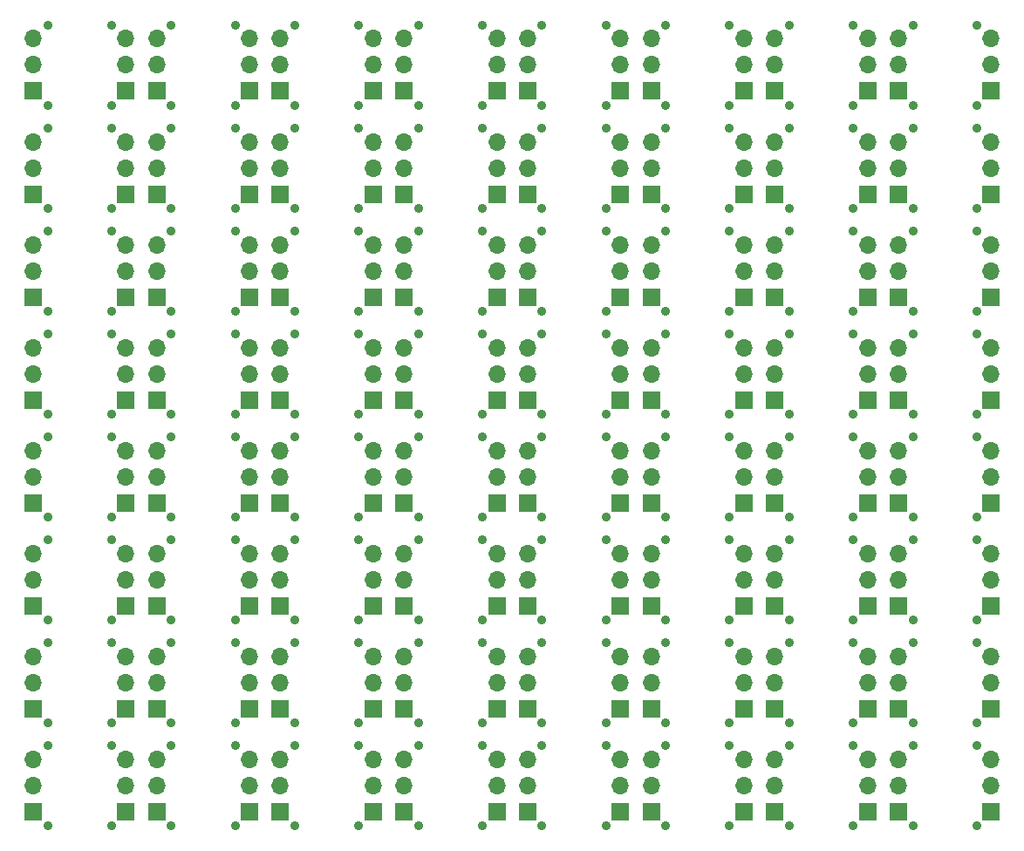
<source format=gbr>
%TF.GenerationSoftware,KiCad,Pcbnew,8.0.5*%
%TF.CreationDate,2024-10-23T08:28:05+02:00*%
%TF.ProjectId,ws2812b_carry,77733238-3132-4625-9f63-617272792e6b,rev?*%
%TF.SameCoordinates,Original*%
%TF.FileFunction,Soldermask,Bot*%
%TF.FilePolarity,Negative*%
%FSLAX46Y46*%
G04 Gerber Fmt 4.6, Leading zero omitted, Abs format (unit mm)*
G04 Created by KiCad (PCBNEW 8.0.5) date 2024-10-23 08:28:05*
%MOMM*%
%LPD*%
G01*
G04 APERTURE LIST*
%ADD10C,0.900000*%
%ADD11R,1.700000X1.700000*%
%ADD12O,1.700000X1.700000*%
G04 APERTURE END LIST*
D10*
%TO.C,REF\u002A\u002A*%
X138900000Y-86100000D03*
%TD*%
D11*
%TO.C,J2*%
X98500000Y-72525000D03*
D12*
X98500000Y-69985000D03*
X98500000Y-67445000D03*
%TD*%
D10*
%TO.C,REF\u002A\u002A*%
X78900000Y-56100000D03*
%TD*%
%TO.C,REF\u002A\u002A*%
X133100000Y-73900000D03*
%TD*%
%TO.C,REF\u002A\u002A*%
X97100000Y-33900000D03*
%TD*%
D11*
%TO.C,J1*%
X65500000Y-72525000D03*
D12*
X65500000Y-69985000D03*
X65500000Y-67445000D03*
%TD*%
D10*
%TO.C,REF\u002A\u002A*%
X150900000Y-33900000D03*
%TD*%
%TO.C,REF\u002A\u002A*%
X138900000Y-103900000D03*
%TD*%
%TO.C,REF\u002A\u002A*%
X78900000Y-86100000D03*
%TD*%
%TO.C,REF\u002A\u002A*%
X114900000Y-63900000D03*
%TD*%
D11*
%TO.C,J1*%
X149500000Y-52525000D03*
D12*
X149500000Y-49985000D03*
X149500000Y-47445000D03*
%TD*%
D10*
%TO.C,REF\u002A\u002A*%
X73100000Y-33900000D03*
%TD*%
D11*
%TO.C,J1*%
X101500000Y-92525000D03*
D12*
X101500000Y-89985000D03*
X101500000Y-87445000D03*
%TD*%
D10*
%TO.C,REF\u002A\u002A*%
X126900000Y-43900000D03*
%TD*%
%TO.C,REF\u002A\u002A*%
X85100000Y-83900000D03*
%TD*%
%TO.C,REF\u002A\u002A*%
X66900000Y-56100000D03*
%TD*%
%TO.C,REF\u002A\u002A*%
X97100000Y-103900000D03*
%TD*%
%TO.C,REF\u002A\u002A*%
X90900000Y-83900000D03*
%TD*%
%TO.C,REF\u002A\u002A*%
X150900000Y-43900000D03*
%TD*%
%TO.C,REF\u002A\u002A*%
X90900000Y-86100000D03*
%TD*%
%TO.C,REF\u002A\u002A*%
X109100000Y-56100000D03*
%TD*%
%TO.C,REF\u002A\u002A*%
X90900000Y-43900000D03*
%TD*%
%TO.C,REF\u002A\u002A*%
X138900000Y-53900000D03*
%TD*%
%TO.C,REF\u002A\u002A*%
X150900000Y-53900000D03*
%TD*%
%TO.C,REF\u002A\u002A*%
X145100000Y-33900000D03*
%TD*%
%TO.C,REF\u002A\u002A*%
X109100000Y-93900000D03*
%TD*%
D11*
%TO.C,J2*%
X146500000Y-32525000D03*
D12*
X146500000Y-29985000D03*
X146500000Y-27445000D03*
%TD*%
D10*
%TO.C,REF\u002A\u002A*%
X102900000Y-46100000D03*
%TD*%
D11*
%TO.C,J2*%
X74500000Y-102525000D03*
D12*
X74500000Y-99985000D03*
X74500000Y-97445000D03*
%TD*%
D11*
%TO.C,J1*%
X65500000Y-102525000D03*
D12*
X65500000Y-99985000D03*
X65500000Y-97445000D03*
%TD*%
D10*
%TO.C,REF\u002A\u002A*%
X138900000Y-56100000D03*
%TD*%
D11*
%TO.C,J2*%
X158500000Y-32525000D03*
D12*
X158500000Y-29985000D03*
X158500000Y-27445000D03*
%TD*%
D11*
%TO.C,J1*%
X77500000Y-62525000D03*
D12*
X77500000Y-59985000D03*
X77500000Y-57445000D03*
%TD*%
D11*
%TO.C,J2*%
X122500000Y-82525000D03*
D12*
X122500000Y-79985000D03*
X122500000Y-77445000D03*
%TD*%
D10*
%TO.C,REF\u002A\u002A*%
X97100000Y-96100000D03*
%TD*%
%TO.C,REF\u002A\u002A*%
X97100000Y-86100000D03*
%TD*%
%TO.C,REF\u002A\u002A*%
X66900000Y-63900000D03*
%TD*%
%TO.C,REF\u002A\u002A*%
X73100000Y-56100000D03*
%TD*%
%TO.C,REF\u002A\u002A*%
X109100000Y-83900000D03*
%TD*%
%TO.C,REF\u002A\u002A*%
X121100000Y-43900000D03*
%TD*%
%TO.C,REF\u002A\u002A*%
X78900000Y-83900000D03*
%TD*%
D11*
%TO.C,J2*%
X158500000Y-62525000D03*
D12*
X158500000Y-59985000D03*
X158500000Y-57445000D03*
%TD*%
D10*
%TO.C,REF\u002A\u002A*%
X114900000Y-76100000D03*
%TD*%
%TO.C,REF\u002A\u002A*%
X109100000Y-26100000D03*
%TD*%
%TO.C,REF\u002A\u002A*%
X157100000Y-76100000D03*
%TD*%
%TO.C,REF\u002A\u002A*%
X157100000Y-103900000D03*
%TD*%
%TO.C,REF\u002A\u002A*%
X133100000Y-26100000D03*
%TD*%
%TO.C,REF\u002A\u002A*%
X150900000Y-86100000D03*
%TD*%
%TO.C,REF\u002A\u002A*%
X157100000Y-96100000D03*
%TD*%
D11*
%TO.C,J2*%
X146500000Y-62525000D03*
D12*
X146500000Y-59985000D03*
X146500000Y-57445000D03*
%TD*%
D10*
%TO.C,REF\u002A\u002A*%
X109100000Y-96100000D03*
%TD*%
%TO.C,REF\u002A\u002A*%
X97100000Y-53900000D03*
%TD*%
%TO.C,REF\u002A\u002A*%
X114900000Y-56100000D03*
%TD*%
%TO.C,REF\u002A\u002A*%
X90900000Y-46100000D03*
%TD*%
%TO.C,REF\u002A\u002A*%
X85100000Y-26100000D03*
%TD*%
D11*
%TO.C,J1*%
X89500000Y-72525000D03*
D12*
X89500000Y-69985000D03*
X89500000Y-67445000D03*
%TD*%
D10*
%TO.C,REF\u002A\u002A*%
X102900000Y-43900000D03*
%TD*%
%TO.C,REF\u002A\u002A*%
X138900000Y-33900000D03*
%TD*%
%TO.C,REF\u002A\u002A*%
X150900000Y-73900000D03*
%TD*%
%TO.C,REF\u002A\u002A*%
X66900000Y-103900000D03*
%TD*%
%TO.C,REF\u002A\u002A*%
X121100000Y-33900000D03*
%TD*%
D11*
%TO.C,J2*%
X74500000Y-72525000D03*
D12*
X74500000Y-69985000D03*
X74500000Y-67445000D03*
%TD*%
D11*
%TO.C,J2*%
X146500000Y-52525000D03*
D12*
X146500000Y-49985000D03*
X146500000Y-47445000D03*
%TD*%
D11*
%TO.C,J1*%
X89500000Y-52525000D03*
D12*
X89500000Y-49985000D03*
X89500000Y-47445000D03*
%TD*%
D11*
%TO.C,J2*%
X110500000Y-62525000D03*
D12*
X110500000Y-59985000D03*
X110500000Y-57445000D03*
%TD*%
D10*
%TO.C,REF\u002A\u002A*%
X73100000Y-96100000D03*
%TD*%
%TO.C,REF\u002A\u002A*%
X73100000Y-73900000D03*
%TD*%
%TO.C,REF\u002A\u002A*%
X90900000Y-26100000D03*
%TD*%
D11*
%TO.C,J1*%
X89500000Y-32525000D03*
D12*
X89500000Y-29985000D03*
X89500000Y-27445000D03*
%TD*%
D11*
%TO.C,J1*%
X65500000Y-42525000D03*
D12*
X65500000Y-39985000D03*
X65500000Y-37445000D03*
%TD*%
D10*
%TO.C,REF\u002A\u002A*%
X85100000Y-73900000D03*
%TD*%
D11*
%TO.C,J1*%
X137500000Y-82525000D03*
D12*
X137500000Y-79985000D03*
X137500000Y-77445000D03*
%TD*%
D10*
%TO.C,REF\u002A\u002A*%
X126900000Y-33900000D03*
%TD*%
%TO.C,REF\u002A\u002A*%
X114900000Y-53900000D03*
%TD*%
%TO.C,REF\u002A\u002A*%
X157100000Y-63900000D03*
%TD*%
D11*
%TO.C,J1*%
X65500000Y-92525000D03*
D12*
X65500000Y-89985000D03*
X65500000Y-87445000D03*
%TD*%
D10*
%TO.C,REF\u002A\u002A*%
X66900000Y-66100000D03*
%TD*%
%TO.C,REF\u002A\u002A*%
X73100000Y-83900000D03*
%TD*%
D11*
%TO.C,J1*%
X89500000Y-42525000D03*
D12*
X89500000Y-39985000D03*
X89500000Y-37445000D03*
%TD*%
D10*
%TO.C,REF\u002A\u002A*%
X114900000Y-93900000D03*
%TD*%
D11*
%TO.C,J2*%
X98500000Y-62525000D03*
D12*
X98500000Y-59985000D03*
X98500000Y-57445000D03*
%TD*%
D10*
%TO.C,REF\u002A\u002A*%
X114900000Y-43900000D03*
%TD*%
%TO.C,REF\u002A\u002A*%
X145100000Y-76100000D03*
%TD*%
%TO.C,REF\u002A\u002A*%
X102900000Y-73900000D03*
%TD*%
D11*
%TO.C,J2*%
X86500000Y-42525000D03*
D12*
X86500000Y-39985000D03*
X86500000Y-37445000D03*
%TD*%
D10*
%TO.C,REF\u002A\u002A*%
X114900000Y-96100000D03*
%TD*%
D11*
%TO.C,J1*%
X113500000Y-32525000D03*
D12*
X113500000Y-29985000D03*
X113500000Y-27445000D03*
%TD*%
D10*
%TO.C,REF\u002A\u002A*%
X126900000Y-93900000D03*
%TD*%
%TO.C,REF\u002A\u002A*%
X97100000Y-76100000D03*
%TD*%
D11*
%TO.C,J2*%
X158500000Y-92525000D03*
D12*
X158500000Y-89985000D03*
X158500000Y-87445000D03*
%TD*%
D10*
%TO.C,REF\u002A\u002A*%
X145100000Y-83900000D03*
%TD*%
D11*
%TO.C,J1*%
X101500000Y-52525000D03*
D12*
X101500000Y-49985000D03*
X101500000Y-47445000D03*
%TD*%
D11*
%TO.C,J1*%
X65500000Y-52525000D03*
D12*
X65500000Y-49985000D03*
X65500000Y-47445000D03*
%TD*%
D10*
%TO.C,REF\u002A\u002A*%
X66900000Y-53900000D03*
%TD*%
%TO.C,REF\u002A\u002A*%
X157100000Y-93900000D03*
%TD*%
%TO.C,REF\u002A\u002A*%
X157100000Y-56100000D03*
%TD*%
%TO.C,REF\u002A\u002A*%
X114900000Y-73900000D03*
%TD*%
D11*
%TO.C,J2*%
X86500000Y-82525000D03*
D12*
X86500000Y-79985000D03*
X86500000Y-77445000D03*
%TD*%
D10*
%TO.C,REF\u002A\u002A*%
X90900000Y-36100000D03*
%TD*%
D11*
%TO.C,J2*%
X98500000Y-82525000D03*
D12*
X98500000Y-79985000D03*
X98500000Y-77445000D03*
%TD*%
D10*
%TO.C,REF\u002A\u002A*%
X109100000Y-36100000D03*
%TD*%
%TO.C,REF\u002A\u002A*%
X78900000Y-46100000D03*
%TD*%
%TO.C,REF\u002A\u002A*%
X90900000Y-96100000D03*
%TD*%
%TO.C,REF\u002A\u002A*%
X150900000Y-93900000D03*
%TD*%
%TO.C,REF\u002A\u002A*%
X97100000Y-43900000D03*
%TD*%
%TO.C,REF\u002A\u002A*%
X109100000Y-66100000D03*
%TD*%
%TO.C,REF\u002A\u002A*%
X114900000Y-46100000D03*
%TD*%
%TO.C,REF\u002A\u002A*%
X85100000Y-53900000D03*
%TD*%
%TO.C,REF\u002A\u002A*%
X78900000Y-63900000D03*
%TD*%
%TO.C,REF\u002A\u002A*%
X66900000Y-76100000D03*
%TD*%
%TO.C,REF\u002A\u002A*%
X90900000Y-73900000D03*
%TD*%
D11*
%TO.C,J1*%
X101500000Y-72525000D03*
D12*
X101500000Y-69985000D03*
X101500000Y-67445000D03*
%TD*%
D10*
%TO.C,REF\u002A\u002A*%
X90900000Y-33900000D03*
%TD*%
%TO.C,REF\u002A\u002A*%
X133100000Y-56100000D03*
%TD*%
%TO.C,REF\u002A\u002A*%
X145100000Y-46100000D03*
%TD*%
%TO.C,REF\u002A\u002A*%
X97100000Y-36100000D03*
%TD*%
%TO.C,REF\u002A\u002A*%
X145100000Y-43900000D03*
%TD*%
%TO.C,REF\u002A\u002A*%
X90900000Y-103900000D03*
%TD*%
D11*
%TO.C,J2*%
X158500000Y-72525000D03*
D12*
X158500000Y-69985000D03*
X158500000Y-67445000D03*
%TD*%
D10*
%TO.C,REF\u002A\u002A*%
X157100000Y-53900000D03*
%TD*%
%TO.C,REF\u002A\u002A*%
X66900000Y-46100000D03*
%TD*%
D11*
%TO.C,J2*%
X134500000Y-102525000D03*
D12*
X134500000Y-99985000D03*
X134500000Y-97445000D03*
%TD*%
D10*
%TO.C,REF\u002A\u002A*%
X150900000Y-66100000D03*
%TD*%
%TO.C,REF\u002A\u002A*%
X145100000Y-56100000D03*
%TD*%
%TO.C,REF\u002A\u002A*%
X138900000Y-36100000D03*
%TD*%
%TO.C,REF\u002A\u002A*%
X109100000Y-76100000D03*
%TD*%
D11*
%TO.C,J1*%
X101500000Y-82525000D03*
D12*
X101500000Y-79985000D03*
X101500000Y-77445000D03*
%TD*%
D11*
%TO.C,J2*%
X74500000Y-52525000D03*
D12*
X74500000Y-49985000D03*
X74500000Y-47445000D03*
%TD*%
D11*
%TO.C,J2*%
X98500000Y-42525000D03*
D12*
X98500000Y-39985000D03*
X98500000Y-37445000D03*
%TD*%
D10*
%TO.C,REF\u002A\u002A*%
X102900000Y-66100000D03*
%TD*%
%TO.C,REF\u002A\u002A*%
X73100000Y-26100000D03*
%TD*%
D11*
%TO.C,J1*%
X137500000Y-42525000D03*
D12*
X137500000Y-39985000D03*
X137500000Y-37445000D03*
%TD*%
D11*
%TO.C,J2*%
X110500000Y-42525000D03*
D12*
X110500000Y-39985000D03*
X110500000Y-37445000D03*
%TD*%
D11*
%TO.C,J2*%
X110500000Y-92525000D03*
D12*
X110500000Y-89985000D03*
X110500000Y-87445000D03*
%TD*%
D11*
%TO.C,J2*%
X122500000Y-32525000D03*
D12*
X122500000Y-29985000D03*
X122500000Y-27445000D03*
%TD*%
D10*
%TO.C,REF\u002A\u002A*%
X109100000Y-86100000D03*
%TD*%
%TO.C,REF\u002A\u002A*%
X66900000Y-83900000D03*
%TD*%
%TO.C,REF\u002A\u002A*%
X150900000Y-56100000D03*
%TD*%
%TO.C,REF\u002A\u002A*%
X138900000Y-73900000D03*
%TD*%
D11*
%TO.C,J1*%
X113500000Y-82525000D03*
D12*
X113500000Y-79985000D03*
X113500000Y-77445000D03*
%TD*%
D11*
%TO.C,J2*%
X98500000Y-52525000D03*
D12*
X98500000Y-49985000D03*
X98500000Y-47445000D03*
%TD*%
D11*
%TO.C,J2*%
X74500000Y-92525000D03*
D12*
X74500000Y-89985000D03*
X74500000Y-87445000D03*
%TD*%
D10*
%TO.C,REF\u002A\u002A*%
X138900000Y-46100000D03*
%TD*%
%TO.C,REF\u002A\u002A*%
X150900000Y-63900000D03*
%TD*%
%TO.C,REF\u002A\u002A*%
X138900000Y-26100000D03*
%TD*%
D11*
%TO.C,J1*%
X149500000Y-72525000D03*
D12*
X149500000Y-69985000D03*
X149500000Y-67445000D03*
%TD*%
D10*
%TO.C,REF\u002A\u002A*%
X73100000Y-76100000D03*
%TD*%
%TO.C,REF\u002A\u002A*%
X133100000Y-53900000D03*
%TD*%
D11*
%TO.C,J1*%
X149500000Y-102525000D03*
D12*
X149500000Y-99985000D03*
X149500000Y-97445000D03*
%TD*%
D11*
%TO.C,J2*%
X134500000Y-52525000D03*
D12*
X134500000Y-49985000D03*
X134500000Y-47445000D03*
%TD*%
D10*
%TO.C,REF\u002A\u002A*%
X157100000Y-36100000D03*
%TD*%
%TO.C,REF\u002A\u002A*%
X85100000Y-63900000D03*
%TD*%
D11*
%TO.C,J2*%
X134500000Y-72525000D03*
D12*
X134500000Y-69985000D03*
X134500000Y-67445000D03*
%TD*%
D10*
%TO.C,REF\u002A\u002A*%
X66900000Y-86100000D03*
%TD*%
%TO.C,REF\u002A\u002A*%
X66900000Y-43900000D03*
%TD*%
%TO.C,REF\u002A\u002A*%
X145100000Y-86100000D03*
%TD*%
%TO.C,REF\u002A\u002A*%
X73100000Y-53900000D03*
%TD*%
D11*
%TO.C,J1*%
X137500000Y-62525000D03*
D12*
X137500000Y-59985000D03*
X137500000Y-57445000D03*
%TD*%
D10*
%TO.C,REF\u002A\u002A*%
X97100000Y-83900000D03*
%TD*%
D11*
%TO.C,J2*%
X74500000Y-62525000D03*
D12*
X74500000Y-59985000D03*
X74500000Y-57445000D03*
%TD*%
D11*
%TO.C,J1*%
X137500000Y-92525000D03*
D12*
X137500000Y-89985000D03*
X137500000Y-87445000D03*
%TD*%
D10*
%TO.C,REF\u002A\u002A*%
X126900000Y-96100000D03*
%TD*%
D11*
%TO.C,J1*%
X137500000Y-72525000D03*
D12*
X137500000Y-69985000D03*
X137500000Y-67445000D03*
%TD*%
D10*
%TO.C,REF\u002A\u002A*%
X102900000Y-86100000D03*
%TD*%
%TO.C,REF\u002A\u002A*%
X73100000Y-36100000D03*
%TD*%
D11*
%TO.C,J1*%
X101500000Y-62525000D03*
D12*
X101500000Y-59985000D03*
X101500000Y-57445000D03*
%TD*%
D10*
%TO.C,REF\u002A\u002A*%
X97100000Y-46100000D03*
%TD*%
D11*
%TO.C,J2*%
X122500000Y-52525000D03*
D12*
X122500000Y-49985000D03*
X122500000Y-47445000D03*
%TD*%
D10*
%TO.C,REF\u002A\u002A*%
X126900000Y-73900000D03*
%TD*%
%TO.C,REF\u002A\u002A*%
X114900000Y-83900000D03*
%TD*%
D11*
%TO.C,J1*%
X101500000Y-32525000D03*
D12*
X101500000Y-29985000D03*
X101500000Y-27445000D03*
%TD*%
D11*
%TO.C,J1*%
X125500000Y-32525000D03*
D12*
X125500000Y-29985000D03*
X125500000Y-27445000D03*
%TD*%
D11*
%TO.C,J1*%
X89500000Y-92525000D03*
D12*
X89500000Y-89985000D03*
X89500000Y-87445000D03*
%TD*%
D10*
%TO.C,REF\u002A\u002A*%
X145100000Y-93900000D03*
%TD*%
%TO.C,REF\u002A\u002A*%
X85100000Y-56100000D03*
%TD*%
%TO.C,REF\u002A\u002A*%
X114900000Y-33900000D03*
%TD*%
%TO.C,REF\u002A\u002A*%
X66900000Y-36100000D03*
%TD*%
%TO.C,REF\u002A\u002A*%
X150900000Y-83900000D03*
%TD*%
%TO.C,REF\u002A\u002A*%
X97100000Y-63900000D03*
%TD*%
D11*
%TO.C,J2*%
X110500000Y-102525000D03*
D12*
X110500000Y-99985000D03*
X110500000Y-97445000D03*
%TD*%
D10*
%TO.C,REF\u002A\u002A*%
X73100000Y-66100000D03*
%TD*%
D11*
%TO.C,J1*%
X89500000Y-62525000D03*
D12*
X89500000Y-59985000D03*
X89500000Y-57445000D03*
%TD*%
D11*
%TO.C,J2*%
X146500000Y-42525000D03*
D12*
X146500000Y-39985000D03*
X146500000Y-37445000D03*
%TD*%
D10*
%TO.C,REF\u002A\u002A*%
X78900000Y-103900000D03*
%TD*%
D11*
%TO.C,J2*%
X110500000Y-52525000D03*
D12*
X110500000Y-49985000D03*
X110500000Y-47445000D03*
%TD*%
D10*
%TO.C,REF\u002A\u002A*%
X66900000Y-93900000D03*
%TD*%
D11*
%TO.C,J1*%
X77500000Y-92525000D03*
D12*
X77500000Y-89985000D03*
X77500000Y-87445000D03*
%TD*%
D10*
%TO.C,REF\u002A\u002A*%
X102900000Y-96100000D03*
%TD*%
%TO.C,REF\u002A\u002A*%
X90900000Y-63900000D03*
%TD*%
%TO.C,REF\u002A\u002A*%
X85100000Y-93900000D03*
%TD*%
D11*
%TO.C,J2*%
X122500000Y-62525000D03*
D12*
X122500000Y-59985000D03*
X122500000Y-57445000D03*
%TD*%
D10*
%TO.C,REF\u002A\u002A*%
X78900000Y-73900000D03*
%TD*%
%TO.C,REF\u002A\u002A*%
X109100000Y-33900000D03*
%TD*%
%TO.C,REF\u002A\u002A*%
X133100000Y-46100000D03*
%TD*%
%TO.C,REF\u002A\u002A*%
X78900000Y-33900000D03*
%TD*%
%TO.C,REF\u002A\u002A*%
X73100000Y-86100000D03*
%TD*%
D11*
%TO.C,J1*%
X89500000Y-102525000D03*
D12*
X89500000Y-99985000D03*
X89500000Y-97445000D03*
%TD*%
D10*
%TO.C,REF\u002A\u002A*%
X109100000Y-53900000D03*
%TD*%
D11*
%TO.C,J2*%
X158500000Y-42525000D03*
D12*
X158500000Y-39985000D03*
X158500000Y-37445000D03*
%TD*%
D10*
%TO.C,REF\u002A\u002A*%
X121100000Y-83900000D03*
%TD*%
%TO.C,REF\u002A\u002A*%
X157100000Y-26100000D03*
%TD*%
%TO.C,REF\u002A\u002A*%
X97100000Y-93900000D03*
%TD*%
%TO.C,REF\u002A\u002A*%
X121100000Y-63900000D03*
%TD*%
D11*
%TO.C,J2*%
X134500000Y-32525000D03*
D12*
X134500000Y-29985000D03*
X134500000Y-27445000D03*
%TD*%
D11*
%TO.C,J1*%
X125500000Y-62525000D03*
D12*
X125500000Y-59985000D03*
X125500000Y-57445000D03*
%TD*%
D11*
%TO.C,J1*%
X137500000Y-102525000D03*
D12*
X137500000Y-99985000D03*
X137500000Y-97445000D03*
%TD*%
D10*
%TO.C,REF\u002A\u002A*%
X97100000Y-66100000D03*
%TD*%
D11*
%TO.C,J2*%
X158500000Y-102525000D03*
D12*
X158500000Y-99985000D03*
X158500000Y-97445000D03*
%TD*%
D10*
%TO.C,REF\u002A\u002A*%
X114900000Y-66100000D03*
%TD*%
%TO.C,REF\u002A\u002A*%
X150900000Y-103900000D03*
%TD*%
%TO.C,REF\u002A\u002A*%
X150900000Y-96100000D03*
%TD*%
%TO.C,REF\u002A\u002A*%
X133100000Y-33900000D03*
%TD*%
D11*
%TO.C,J2*%
X74500000Y-32525000D03*
D12*
X74500000Y-29985000D03*
X74500000Y-27445000D03*
%TD*%
D10*
%TO.C,REF\u002A\u002A*%
X73100000Y-93900000D03*
%TD*%
%TO.C,REF\u002A\u002A*%
X66900000Y-26100000D03*
%TD*%
%TO.C,REF\u002A\u002A*%
X102900000Y-26100000D03*
%TD*%
%TO.C,REF\u002A\u002A*%
X133100000Y-83900000D03*
%TD*%
%TO.C,REF\u002A\u002A*%
X133100000Y-36100000D03*
%TD*%
%TO.C,REF\u002A\u002A*%
X85100000Y-43900000D03*
%TD*%
%TO.C,REF\u002A\u002A*%
X121100000Y-66100000D03*
%TD*%
%TO.C,REF\u002A\u002A*%
X138900000Y-76100000D03*
%TD*%
%TO.C,REF\u002A\u002A*%
X78900000Y-43900000D03*
%TD*%
D11*
%TO.C,J2*%
X146500000Y-82525000D03*
D12*
X146500000Y-79985000D03*
X146500000Y-77445000D03*
%TD*%
D10*
%TO.C,REF\u002A\u002A*%
X145100000Y-63900000D03*
%TD*%
%TO.C,REF\u002A\u002A*%
X85100000Y-76100000D03*
%TD*%
%TO.C,REF\u002A\u002A*%
X109100000Y-46100000D03*
%TD*%
%TO.C,REF\u002A\u002A*%
X157100000Y-86100000D03*
%TD*%
%TO.C,REF\u002A\u002A*%
X102900000Y-103900000D03*
%TD*%
%TO.C,REF\u002A\u002A*%
X126900000Y-46100000D03*
%TD*%
%TO.C,REF\u002A\u002A*%
X145100000Y-36100000D03*
%TD*%
D11*
%TO.C,J1*%
X77500000Y-82525000D03*
D12*
X77500000Y-79985000D03*
X77500000Y-77445000D03*
%TD*%
D10*
%TO.C,REF\u002A\u002A*%
X66900000Y-73900000D03*
%TD*%
D11*
%TO.C,J2*%
X158500000Y-82525000D03*
D12*
X158500000Y-79985000D03*
X158500000Y-77445000D03*
%TD*%
D11*
%TO.C,J2*%
X86500000Y-102525000D03*
D12*
X86500000Y-99985000D03*
X86500000Y-97445000D03*
%TD*%
D10*
%TO.C,REF\u002A\u002A*%
X109100000Y-43900000D03*
%TD*%
%TO.C,REF\u002A\u002A*%
X138900000Y-96100000D03*
%TD*%
%TO.C,REF\u002A\u002A*%
X66900000Y-33900000D03*
%TD*%
%TO.C,REF\u002A\u002A*%
X85100000Y-66100000D03*
%TD*%
D11*
%TO.C,J1*%
X113500000Y-42525000D03*
D12*
X113500000Y-39985000D03*
X113500000Y-37445000D03*
%TD*%
D10*
%TO.C,REF\u002A\u002A*%
X133100000Y-96100000D03*
%TD*%
D11*
%TO.C,J2*%
X134500000Y-62525000D03*
D12*
X134500000Y-59985000D03*
X134500000Y-57445000D03*
%TD*%
D10*
%TO.C,REF\u002A\u002A*%
X126900000Y-36100000D03*
%TD*%
%TO.C,REF\u002A\u002A*%
X102900000Y-83900000D03*
%TD*%
D11*
%TO.C,J1*%
X149500000Y-82525000D03*
D12*
X149500000Y-79985000D03*
X149500000Y-77445000D03*
%TD*%
D10*
%TO.C,REF\u002A\u002A*%
X157100000Y-83900000D03*
%TD*%
%TO.C,REF\u002A\u002A*%
X121100000Y-73900000D03*
%TD*%
%TO.C,REF\u002A\u002A*%
X133100000Y-103900000D03*
%TD*%
D11*
%TO.C,J2*%
X86500000Y-52525000D03*
D12*
X86500000Y-49985000D03*
X86500000Y-47445000D03*
%TD*%
D10*
%TO.C,REF\u002A\u002A*%
X102900000Y-36100000D03*
%TD*%
%TO.C,REF\u002A\u002A*%
X145100000Y-103900000D03*
%TD*%
D11*
%TO.C,J1*%
X149500000Y-92525000D03*
D12*
X149500000Y-89985000D03*
X149500000Y-87445000D03*
%TD*%
D11*
%TO.C,J2*%
X146500000Y-92525000D03*
D12*
X146500000Y-89985000D03*
X146500000Y-87445000D03*
%TD*%
D10*
%TO.C,REF\u002A\u002A*%
X102900000Y-53900000D03*
%TD*%
%TO.C,REF\u002A\u002A*%
X133100000Y-66100000D03*
%TD*%
D11*
%TO.C,J1*%
X149500000Y-32525000D03*
D12*
X149500000Y-29985000D03*
X149500000Y-27445000D03*
%TD*%
D11*
%TO.C,J2*%
X98500000Y-102525000D03*
D12*
X98500000Y-99985000D03*
X98500000Y-97445000D03*
%TD*%
D10*
%TO.C,REF\u002A\u002A*%
X157100000Y-66100000D03*
%TD*%
%TO.C,REF\u002A\u002A*%
X150900000Y-36100000D03*
%TD*%
%TO.C,REF\u002A\u002A*%
X157100000Y-73900000D03*
%TD*%
%TO.C,REF\u002A\u002A*%
X121100000Y-53900000D03*
%TD*%
%TO.C,REF\u002A\u002A*%
X126900000Y-56100000D03*
%TD*%
%TO.C,REF\u002A\u002A*%
X121100000Y-46100000D03*
%TD*%
D11*
%TO.C,J2*%
X134500000Y-82525000D03*
D12*
X134500000Y-79985000D03*
X134500000Y-77445000D03*
%TD*%
D11*
%TO.C,J1*%
X77500000Y-72525000D03*
D12*
X77500000Y-69985000D03*
X77500000Y-67445000D03*
%TD*%
D10*
%TO.C,REF\u002A\u002A*%
X102900000Y-76100000D03*
%TD*%
%TO.C,REF\u002A\u002A*%
X90900000Y-93900000D03*
%TD*%
D11*
%TO.C,J1*%
X125500000Y-42525000D03*
D12*
X125500000Y-39985000D03*
X125500000Y-37445000D03*
%TD*%
D10*
%TO.C,REF\u002A\u002A*%
X114900000Y-86100000D03*
%TD*%
D11*
%TO.C,J2*%
X122500000Y-92525000D03*
D12*
X122500000Y-89985000D03*
X122500000Y-87445000D03*
%TD*%
D10*
%TO.C,REF\u002A\u002A*%
X145100000Y-26100000D03*
%TD*%
%TO.C,REF\u002A\u002A*%
X85100000Y-36100000D03*
%TD*%
D11*
%TO.C,J2*%
X98500000Y-92525000D03*
D12*
X98500000Y-89985000D03*
X98500000Y-87445000D03*
%TD*%
D10*
%TO.C,REF\u002A\u002A*%
X138900000Y-93900000D03*
%TD*%
%TO.C,REF\u002A\u002A*%
X73100000Y-43900000D03*
%TD*%
D11*
%TO.C,J1*%
X113500000Y-72525000D03*
D12*
X113500000Y-69985000D03*
X113500000Y-67445000D03*
%TD*%
D10*
%TO.C,REF\u002A\u002A*%
X150900000Y-46100000D03*
%TD*%
D11*
%TO.C,J2*%
X110500000Y-72525000D03*
D12*
X110500000Y-69985000D03*
X110500000Y-67445000D03*
%TD*%
D11*
%TO.C,J1*%
X77500000Y-102525000D03*
D12*
X77500000Y-99985000D03*
X77500000Y-97445000D03*
%TD*%
D11*
%TO.C,J1*%
X125500000Y-52525000D03*
D12*
X125500000Y-49985000D03*
X125500000Y-47445000D03*
%TD*%
D11*
%TO.C,J1*%
X77500000Y-42525000D03*
D12*
X77500000Y-39985000D03*
X77500000Y-37445000D03*
%TD*%
D11*
%TO.C,J2*%
X134500000Y-92525000D03*
D12*
X134500000Y-89985000D03*
X134500000Y-87445000D03*
%TD*%
D10*
%TO.C,REF\u002A\u002A*%
X126900000Y-103900000D03*
%TD*%
%TO.C,REF\u002A\u002A*%
X97100000Y-26100000D03*
%TD*%
%TO.C,REF\u002A\u002A*%
X121100000Y-36100000D03*
%TD*%
D11*
%TO.C,J2*%
X122500000Y-102525000D03*
D12*
X122500000Y-99985000D03*
X122500000Y-97445000D03*
%TD*%
D10*
%TO.C,REF\u002A\u002A*%
X73100000Y-63900000D03*
%TD*%
%TO.C,REF\u002A\u002A*%
X78900000Y-26100000D03*
%TD*%
D11*
%TO.C,J1*%
X65500000Y-82525000D03*
D12*
X65500000Y-79985000D03*
X65500000Y-77445000D03*
%TD*%
D11*
%TO.C,J1*%
X101500000Y-102525000D03*
D12*
X101500000Y-99985000D03*
X101500000Y-97445000D03*
%TD*%
D10*
%TO.C,REF\u002A\u002A*%
X66900000Y-96100000D03*
%TD*%
%TO.C,REF\u002A\u002A*%
X150900000Y-26100000D03*
%TD*%
D11*
%TO.C,J1*%
X149500000Y-42525000D03*
D12*
X149500000Y-39985000D03*
X149500000Y-37445000D03*
%TD*%
D10*
%TO.C,REF\u002A\u002A*%
X109100000Y-73900000D03*
%TD*%
%TO.C,REF\u002A\u002A*%
X78900000Y-93900000D03*
%TD*%
%TO.C,REF\u002A\u002A*%
X85100000Y-33900000D03*
%TD*%
%TO.C,REF\u002A\u002A*%
X157100000Y-46100000D03*
%TD*%
%TO.C,REF\u002A\u002A*%
X78900000Y-96100000D03*
%TD*%
D11*
%TO.C,J1*%
X149500000Y-62525000D03*
D12*
X149500000Y-59985000D03*
X149500000Y-57445000D03*
%TD*%
D10*
%TO.C,REF\u002A\u002A*%
X133100000Y-93900000D03*
%TD*%
D11*
%TO.C,J1*%
X125500000Y-92525000D03*
D12*
X125500000Y-89985000D03*
X125500000Y-87445000D03*
%TD*%
D10*
%TO.C,REF\u002A\u002A*%
X102900000Y-93900000D03*
%TD*%
D11*
%TO.C,J1*%
X77500000Y-52525000D03*
D12*
X77500000Y-49985000D03*
X77500000Y-47445000D03*
%TD*%
D10*
%TO.C,REF\u002A\u002A*%
X73100000Y-46100000D03*
%TD*%
%TO.C,REF\u002A\u002A*%
X133100000Y-86100000D03*
%TD*%
D11*
%TO.C,J1*%
X137500000Y-32525000D03*
D12*
X137500000Y-29985000D03*
X137500000Y-27445000D03*
%TD*%
D10*
%TO.C,REF\u002A\u002A*%
X126900000Y-66100000D03*
%TD*%
%TO.C,REF\u002A\u002A*%
X114900000Y-36100000D03*
%TD*%
%TO.C,REF\u002A\u002A*%
X85100000Y-96100000D03*
%TD*%
%TO.C,REF\u002A\u002A*%
X138900000Y-43900000D03*
%TD*%
D11*
%TO.C,J2*%
X158500000Y-52525000D03*
D12*
X158500000Y-49985000D03*
X158500000Y-47445000D03*
%TD*%
D11*
%TO.C,J1*%
X125500000Y-82525000D03*
D12*
X125500000Y-79985000D03*
X125500000Y-77445000D03*
%TD*%
D10*
%TO.C,REF\u002A\u002A*%
X145100000Y-66100000D03*
%TD*%
%TO.C,REF\u002A\u002A*%
X157100000Y-43900000D03*
%TD*%
D11*
%TO.C,J1*%
X89500000Y-82525000D03*
D12*
X89500000Y-79985000D03*
X89500000Y-77445000D03*
%TD*%
D10*
%TO.C,REF\u002A\u002A*%
X109100000Y-63900000D03*
%TD*%
%TO.C,REF\u002A\u002A*%
X138900000Y-63900000D03*
%TD*%
%TO.C,REF\u002A\u002A*%
X126900000Y-26100000D03*
%TD*%
%TO.C,REF\u002A\u002A*%
X145100000Y-96100000D03*
%TD*%
D11*
%TO.C,J1*%
X113500000Y-62525000D03*
D12*
X113500000Y-59985000D03*
X113500000Y-57445000D03*
%TD*%
D11*
%TO.C,J1*%
X65500000Y-62525000D03*
D12*
X65500000Y-59985000D03*
X65500000Y-57445000D03*
%TD*%
D10*
%TO.C,REF\u002A\u002A*%
X73100000Y-103900000D03*
%TD*%
%TO.C,REF\u002A\u002A*%
X90900000Y-76100000D03*
%TD*%
%TO.C,REF\u002A\u002A*%
X121100000Y-93900000D03*
%TD*%
D11*
%TO.C,J1*%
X77500000Y-32525000D03*
D12*
X77500000Y-29985000D03*
X77500000Y-27445000D03*
%TD*%
D10*
%TO.C,REF\u002A\u002A*%
X78900000Y-53900000D03*
%TD*%
%TO.C,REF\u002A\u002A*%
X78900000Y-36100000D03*
%TD*%
%TO.C,REF\u002A\u002A*%
X133100000Y-43900000D03*
%TD*%
D11*
%TO.C,J2*%
X134500000Y-42525000D03*
D12*
X134500000Y-39985000D03*
X134500000Y-37445000D03*
%TD*%
D10*
%TO.C,REF\u002A\u002A*%
X121100000Y-76100000D03*
%TD*%
%TO.C,REF\u002A\u002A*%
X102900000Y-33900000D03*
%TD*%
%TO.C,REF\u002A\u002A*%
X97100000Y-73900000D03*
%TD*%
%TO.C,REF\u002A\u002A*%
X138900000Y-66100000D03*
%TD*%
D11*
%TO.C,J1*%
X125500000Y-102525000D03*
D12*
X125500000Y-99985000D03*
X125500000Y-97445000D03*
%TD*%
D11*
%TO.C,J2*%
X74500000Y-42525000D03*
D12*
X74500000Y-39985000D03*
X74500000Y-37445000D03*
%TD*%
D10*
%TO.C,REF\u002A\u002A*%
X85100000Y-86100000D03*
%TD*%
%TO.C,REF\u002A\u002A*%
X90900000Y-56100000D03*
%TD*%
%TO.C,REF\u002A\u002A*%
X114900000Y-103900000D03*
%TD*%
D11*
%TO.C,J1*%
X125500000Y-72525000D03*
D12*
X125500000Y-69985000D03*
X125500000Y-67445000D03*
%TD*%
D10*
%TO.C,REF\u002A\u002A*%
X109100000Y-103900000D03*
%TD*%
%TO.C,REF\u002A\u002A*%
X133100000Y-76100000D03*
%TD*%
%TO.C,REF\u002A\u002A*%
X126900000Y-83900000D03*
%TD*%
%TO.C,REF\u002A\u002A*%
X102900000Y-63900000D03*
%TD*%
%TO.C,REF\u002A\u002A*%
X145100000Y-73900000D03*
%TD*%
D11*
%TO.C,J2*%
X110500000Y-82525000D03*
D12*
X110500000Y-79985000D03*
X110500000Y-77445000D03*
%TD*%
D11*
%TO.C,J2*%
X74500000Y-82525000D03*
D12*
X74500000Y-79985000D03*
X74500000Y-77445000D03*
%TD*%
D10*
%TO.C,REF\u002A\u002A*%
X85100000Y-46100000D03*
%TD*%
%TO.C,REF\u002A\u002A*%
X78900000Y-76100000D03*
%TD*%
D11*
%TO.C,J1*%
X113500000Y-92525000D03*
D12*
X113500000Y-89985000D03*
X113500000Y-87445000D03*
%TD*%
D11*
%TO.C,J2*%
X86500000Y-32525000D03*
D12*
X86500000Y-29985000D03*
X86500000Y-27445000D03*
%TD*%
D11*
%TO.C,J2*%
X146500000Y-102525000D03*
D12*
X146500000Y-99985000D03*
X146500000Y-97445000D03*
%TD*%
D10*
%TO.C,REF\u002A\u002A*%
X102900000Y-56100000D03*
%TD*%
D11*
%TO.C,J2*%
X86500000Y-92525000D03*
D12*
X86500000Y-89985000D03*
X86500000Y-87445000D03*
%TD*%
D11*
%TO.C,J2*%
X86500000Y-62525000D03*
D12*
X86500000Y-59985000D03*
X86500000Y-57445000D03*
%TD*%
D11*
%TO.C,J2*%
X98500000Y-32525000D03*
D12*
X98500000Y-29985000D03*
X98500000Y-27445000D03*
%TD*%
D11*
%TO.C,J2*%
X146500000Y-72525000D03*
D12*
X146500000Y-69985000D03*
X146500000Y-67445000D03*
%TD*%
D11*
%TO.C,J2*%
X86500000Y-72525000D03*
D12*
X86500000Y-69985000D03*
X86500000Y-67445000D03*
%TD*%
D11*
%TO.C,J1*%
X113500000Y-102525000D03*
D12*
X113500000Y-99985000D03*
X113500000Y-97445000D03*
%TD*%
D10*
%TO.C,REF\u002A\u002A*%
X121100000Y-56100000D03*
%TD*%
%TO.C,REF\u002A\u002A*%
X150900000Y-76100000D03*
%TD*%
%TO.C,REF\u002A\u002A*%
X90900000Y-53900000D03*
%TD*%
%TO.C,REF\u002A\u002A*%
X85100000Y-103900000D03*
%TD*%
%TO.C,REF\u002A\u002A*%
X90900000Y-66100000D03*
%TD*%
%TO.C,REF\u002A\u002A*%
X133100000Y-63900000D03*
%TD*%
%TO.C,REF\u002A\u002A*%
X97100000Y-56100000D03*
%TD*%
%TO.C,REF\u002A\u002A*%
X157100000Y-33900000D03*
%TD*%
D11*
%TO.C,J1*%
X137500000Y-52525000D03*
D12*
X137500000Y-49985000D03*
X137500000Y-47445000D03*
%TD*%
D11*
%TO.C,J1*%
X101500000Y-42525000D03*
D12*
X101500000Y-39985000D03*
X101500000Y-37445000D03*
%TD*%
D10*
%TO.C,REF\u002A\u002A*%
X138900000Y-83900000D03*
%TD*%
%TO.C,REF\u002A\u002A*%
X145100000Y-53900000D03*
%TD*%
D11*
%TO.C,J2*%
X122500000Y-72525000D03*
D12*
X122500000Y-69985000D03*
X122500000Y-67445000D03*
%TD*%
D11*
%TO.C,J1*%
X65500000Y-32525000D03*
D12*
X65500000Y-29985000D03*
X65500000Y-27445000D03*
%TD*%
D10*
%TO.C,REF\u002A\u002A*%
X121100000Y-86100000D03*
%TD*%
%TO.C,REF\u002A\u002A*%
X126900000Y-53900000D03*
%TD*%
%TO.C,REF\u002A\u002A*%
X126900000Y-86100000D03*
%TD*%
%TO.C,REF\u002A\u002A*%
X126900000Y-76100000D03*
%TD*%
D11*
%TO.C,J2*%
X110500000Y-32525000D03*
D12*
X110500000Y-29985000D03*
X110500000Y-27445000D03*
%TD*%
D10*
%TO.C,REF\u002A\u002A*%
X114900000Y-26100000D03*
%TD*%
D11*
%TO.C,J2*%
X122500000Y-42525000D03*
D12*
X122500000Y-39985000D03*
X122500000Y-37445000D03*
%TD*%
D10*
%TO.C,REF\u002A\u002A*%
X121100000Y-26100000D03*
%TD*%
%TO.C,REF\u002A\u002A*%
X126900000Y-63900000D03*
%TD*%
D11*
%TO.C,J1*%
X113500000Y-52525000D03*
D12*
X113500000Y-49985000D03*
X113500000Y-47445000D03*
%TD*%
D10*
%TO.C,REF\u002A\u002A*%
X78900000Y-66100000D03*
%TD*%
%TO.C,REF\u002A\u002A*%
X121100000Y-103900000D03*
%TD*%
%TO.C,REF\u002A\u002A*%
X121100000Y-96100000D03*
%TD*%
M02*

</source>
